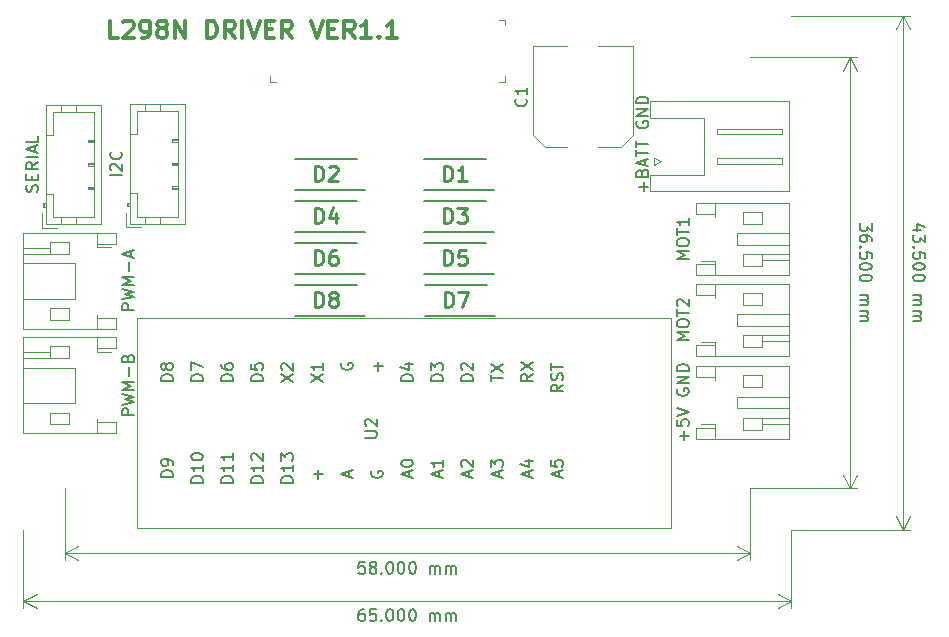
<source format=gbr>
G04 #@! TF.GenerationSoftware,KiCad,Pcbnew,(5.1.2)-1*
G04 #@! TF.CreationDate,2020-03-30T00:08:58+09:00*
G04 #@! TF.ProjectId,L298N_DRIVER,4c323938-4e5f-4445-9249-5645522e6b69,rev?*
G04 #@! TF.SameCoordinates,Original*
G04 #@! TF.FileFunction,Legend,Top*
G04 #@! TF.FilePolarity,Positive*
%FSLAX46Y46*%
G04 Gerber Fmt 4.6, Leading zero omitted, Abs format (unit mm)*
G04 Created by KiCad (PCBNEW (5.1.2)-1) date 2020-03-30 00:08:58*
%MOMM*%
%LPD*%
G04 APERTURE LIST*
%ADD10C,0.150000*%
%ADD11C,0.120000*%
%ADD12C,0.300000*%
%ADD13C,0.200000*%
%ADD14C,0.100000*%
%ADD15C,0.254000*%
G04 APERTURE END LIST*
D10*
X190817619Y-61559523D02*
X190817619Y-62178571D01*
X190436666Y-61845238D01*
X190436666Y-61988095D01*
X190389047Y-62083333D01*
X190341428Y-62130952D01*
X190246190Y-62178571D01*
X190008095Y-62178571D01*
X189912857Y-62130952D01*
X189865238Y-62083333D01*
X189817619Y-61988095D01*
X189817619Y-61702380D01*
X189865238Y-61607142D01*
X189912857Y-61559523D01*
X190817619Y-63035714D02*
X190817619Y-62845238D01*
X190770000Y-62750000D01*
X190722380Y-62702380D01*
X190579523Y-62607142D01*
X190389047Y-62559523D01*
X190008095Y-62559523D01*
X189912857Y-62607142D01*
X189865238Y-62654761D01*
X189817619Y-62750000D01*
X189817619Y-62940476D01*
X189865238Y-63035714D01*
X189912857Y-63083333D01*
X190008095Y-63130952D01*
X190246190Y-63130952D01*
X190341428Y-63083333D01*
X190389047Y-63035714D01*
X190436666Y-62940476D01*
X190436666Y-62750000D01*
X190389047Y-62654761D01*
X190341428Y-62607142D01*
X190246190Y-62559523D01*
X189912857Y-63559523D02*
X189865238Y-63607142D01*
X189817619Y-63559523D01*
X189865238Y-63511904D01*
X189912857Y-63559523D01*
X189817619Y-63559523D01*
X190817619Y-64511904D02*
X190817619Y-64035714D01*
X190341428Y-63988095D01*
X190389047Y-64035714D01*
X190436666Y-64130952D01*
X190436666Y-64369047D01*
X190389047Y-64464285D01*
X190341428Y-64511904D01*
X190246190Y-64559523D01*
X190008095Y-64559523D01*
X189912857Y-64511904D01*
X189865238Y-64464285D01*
X189817619Y-64369047D01*
X189817619Y-64130952D01*
X189865238Y-64035714D01*
X189912857Y-63988095D01*
X190817619Y-65178571D02*
X190817619Y-65273809D01*
X190770000Y-65369047D01*
X190722380Y-65416666D01*
X190627142Y-65464285D01*
X190436666Y-65511904D01*
X190198571Y-65511904D01*
X190008095Y-65464285D01*
X189912857Y-65416666D01*
X189865238Y-65369047D01*
X189817619Y-65273809D01*
X189817619Y-65178571D01*
X189865238Y-65083333D01*
X189912857Y-65035714D01*
X190008095Y-64988095D01*
X190198571Y-64940476D01*
X190436666Y-64940476D01*
X190627142Y-64988095D01*
X190722380Y-65035714D01*
X190770000Y-65083333D01*
X190817619Y-65178571D01*
X190817619Y-66130952D02*
X190817619Y-66226190D01*
X190770000Y-66321428D01*
X190722380Y-66369047D01*
X190627142Y-66416666D01*
X190436666Y-66464285D01*
X190198571Y-66464285D01*
X190008095Y-66416666D01*
X189912857Y-66369047D01*
X189865238Y-66321428D01*
X189817619Y-66226190D01*
X189817619Y-66130952D01*
X189865238Y-66035714D01*
X189912857Y-65988095D01*
X190008095Y-65940476D01*
X190198571Y-65892857D01*
X190436666Y-65892857D01*
X190627142Y-65940476D01*
X190722380Y-65988095D01*
X190770000Y-66035714D01*
X190817619Y-66130952D01*
X189817619Y-67654761D02*
X190484285Y-67654761D01*
X190389047Y-67654761D02*
X190436666Y-67702380D01*
X190484285Y-67797619D01*
X190484285Y-67940476D01*
X190436666Y-68035714D01*
X190341428Y-68083333D01*
X189817619Y-68083333D01*
X190341428Y-68083333D02*
X190436666Y-68130952D01*
X190484285Y-68226190D01*
X190484285Y-68369047D01*
X190436666Y-68464285D01*
X190341428Y-68511904D01*
X189817619Y-68511904D01*
X189817619Y-68988095D02*
X190484285Y-68988095D01*
X190389047Y-68988095D02*
X190436666Y-69035714D01*
X190484285Y-69130952D01*
X190484285Y-69273809D01*
X190436666Y-69369047D01*
X190341428Y-69416666D01*
X189817619Y-69416666D01*
X190341428Y-69416666D02*
X190436666Y-69464285D01*
X190484285Y-69559523D01*
X190484285Y-69702380D01*
X190436666Y-69797619D01*
X190341428Y-69845238D01*
X189817619Y-69845238D01*
D11*
X189000000Y-47500000D02*
X189000000Y-84000000D01*
X180500000Y-47500000D02*
X189586421Y-47500000D01*
X180500000Y-84000000D02*
X189586421Y-84000000D01*
X189000000Y-84000000D02*
X188413579Y-82873496D01*
X189000000Y-84000000D02*
X189586421Y-82873496D01*
X189000000Y-47500000D02*
X188413579Y-48626504D01*
X189000000Y-47500000D02*
X189586421Y-48626504D01*
D10*
X194984285Y-62083333D02*
X194317619Y-62083333D01*
X195365238Y-61845238D02*
X194650952Y-61607142D01*
X194650952Y-62226190D01*
X195317619Y-62511904D02*
X195317619Y-63130952D01*
X194936666Y-62797619D01*
X194936666Y-62940476D01*
X194889047Y-63035714D01*
X194841428Y-63083333D01*
X194746190Y-63130952D01*
X194508095Y-63130952D01*
X194412857Y-63083333D01*
X194365238Y-63035714D01*
X194317619Y-62940476D01*
X194317619Y-62654761D01*
X194365238Y-62559523D01*
X194412857Y-62511904D01*
X194412857Y-63559523D02*
X194365238Y-63607142D01*
X194317619Y-63559523D01*
X194365238Y-63511904D01*
X194412857Y-63559523D01*
X194317619Y-63559523D01*
X195317619Y-64511904D02*
X195317619Y-64035714D01*
X194841428Y-63988095D01*
X194889047Y-64035714D01*
X194936666Y-64130952D01*
X194936666Y-64369047D01*
X194889047Y-64464285D01*
X194841428Y-64511904D01*
X194746190Y-64559523D01*
X194508095Y-64559523D01*
X194412857Y-64511904D01*
X194365238Y-64464285D01*
X194317619Y-64369047D01*
X194317619Y-64130952D01*
X194365238Y-64035714D01*
X194412857Y-63988095D01*
X195317619Y-65178571D02*
X195317619Y-65273809D01*
X195270000Y-65369047D01*
X195222380Y-65416666D01*
X195127142Y-65464285D01*
X194936666Y-65511904D01*
X194698571Y-65511904D01*
X194508095Y-65464285D01*
X194412857Y-65416666D01*
X194365238Y-65369047D01*
X194317619Y-65273809D01*
X194317619Y-65178571D01*
X194365238Y-65083333D01*
X194412857Y-65035714D01*
X194508095Y-64988095D01*
X194698571Y-64940476D01*
X194936666Y-64940476D01*
X195127142Y-64988095D01*
X195222380Y-65035714D01*
X195270000Y-65083333D01*
X195317619Y-65178571D01*
X195317619Y-66130952D02*
X195317619Y-66226190D01*
X195270000Y-66321428D01*
X195222380Y-66369047D01*
X195127142Y-66416666D01*
X194936666Y-66464285D01*
X194698571Y-66464285D01*
X194508095Y-66416666D01*
X194412857Y-66369047D01*
X194365238Y-66321428D01*
X194317619Y-66226190D01*
X194317619Y-66130952D01*
X194365238Y-66035714D01*
X194412857Y-65988095D01*
X194508095Y-65940476D01*
X194698571Y-65892857D01*
X194936666Y-65892857D01*
X195127142Y-65940476D01*
X195222380Y-65988095D01*
X195270000Y-66035714D01*
X195317619Y-66130952D01*
X194317619Y-67654761D02*
X194984285Y-67654761D01*
X194889047Y-67654761D02*
X194936666Y-67702380D01*
X194984285Y-67797619D01*
X194984285Y-67940476D01*
X194936666Y-68035714D01*
X194841428Y-68083333D01*
X194317619Y-68083333D01*
X194841428Y-68083333D02*
X194936666Y-68130952D01*
X194984285Y-68226190D01*
X194984285Y-68369047D01*
X194936666Y-68464285D01*
X194841428Y-68511904D01*
X194317619Y-68511904D01*
X194317619Y-68988095D02*
X194984285Y-68988095D01*
X194889047Y-68988095D02*
X194936666Y-69035714D01*
X194984285Y-69130952D01*
X194984285Y-69273809D01*
X194936666Y-69369047D01*
X194841428Y-69416666D01*
X194317619Y-69416666D01*
X194841428Y-69416666D02*
X194936666Y-69464285D01*
X194984285Y-69559523D01*
X194984285Y-69702380D01*
X194936666Y-69797619D01*
X194841428Y-69845238D01*
X194317619Y-69845238D01*
D11*
X193500000Y-44000000D02*
X193500000Y-87500000D01*
X184000000Y-44000000D02*
X194086421Y-44000000D01*
X184000000Y-87500000D02*
X194086421Y-87500000D01*
X193500000Y-87500000D02*
X192913579Y-86373496D01*
X193500000Y-87500000D02*
X194086421Y-86373496D01*
X193500000Y-44000000D02*
X192913579Y-45126504D01*
X193500000Y-44000000D02*
X194086421Y-45126504D01*
D10*
X147880952Y-90222380D02*
X147404761Y-90222380D01*
X147357142Y-90698571D01*
X147404761Y-90650952D01*
X147500000Y-90603333D01*
X147738095Y-90603333D01*
X147833333Y-90650952D01*
X147880952Y-90698571D01*
X147928571Y-90793809D01*
X147928571Y-91031904D01*
X147880952Y-91127142D01*
X147833333Y-91174761D01*
X147738095Y-91222380D01*
X147500000Y-91222380D01*
X147404761Y-91174761D01*
X147357142Y-91127142D01*
X148500000Y-90650952D02*
X148404761Y-90603333D01*
X148357142Y-90555714D01*
X148309523Y-90460476D01*
X148309523Y-90412857D01*
X148357142Y-90317619D01*
X148404761Y-90270000D01*
X148500000Y-90222380D01*
X148690476Y-90222380D01*
X148785714Y-90270000D01*
X148833333Y-90317619D01*
X148880952Y-90412857D01*
X148880952Y-90460476D01*
X148833333Y-90555714D01*
X148785714Y-90603333D01*
X148690476Y-90650952D01*
X148500000Y-90650952D01*
X148404761Y-90698571D01*
X148357142Y-90746190D01*
X148309523Y-90841428D01*
X148309523Y-91031904D01*
X148357142Y-91127142D01*
X148404761Y-91174761D01*
X148500000Y-91222380D01*
X148690476Y-91222380D01*
X148785714Y-91174761D01*
X148833333Y-91127142D01*
X148880952Y-91031904D01*
X148880952Y-90841428D01*
X148833333Y-90746190D01*
X148785714Y-90698571D01*
X148690476Y-90650952D01*
X149309523Y-91127142D02*
X149357142Y-91174761D01*
X149309523Y-91222380D01*
X149261904Y-91174761D01*
X149309523Y-91127142D01*
X149309523Y-91222380D01*
X149976190Y-90222380D02*
X150071428Y-90222380D01*
X150166666Y-90270000D01*
X150214285Y-90317619D01*
X150261904Y-90412857D01*
X150309523Y-90603333D01*
X150309523Y-90841428D01*
X150261904Y-91031904D01*
X150214285Y-91127142D01*
X150166666Y-91174761D01*
X150071428Y-91222380D01*
X149976190Y-91222380D01*
X149880952Y-91174761D01*
X149833333Y-91127142D01*
X149785714Y-91031904D01*
X149738095Y-90841428D01*
X149738095Y-90603333D01*
X149785714Y-90412857D01*
X149833333Y-90317619D01*
X149880952Y-90270000D01*
X149976190Y-90222380D01*
X150928571Y-90222380D02*
X151023809Y-90222380D01*
X151119047Y-90270000D01*
X151166666Y-90317619D01*
X151214285Y-90412857D01*
X151261904Y-90603333D01*
X151261904Y-90841428D01*
X151214285Y-91031904D01*
X151166666Y-91127142D01*
X151119047Y-91174761D01*
X151023809Y-91222380D01*
X150928571Y-91222380D01*
X150833333Y-91174761D01*
X150785714Y-91127142D01*
X150738095Y-91031904D01*
X150690476Y-90841428D01*
X150690476Y-90603333D01*
X150738095Y-90412857D01*
X150785714Y-90317619D01*
X150833333Y-90270000D01*
X150928571Y-90222380D01*
X151880952Y-90222380D02*
X151976190Y-90222380D01*
X152071428Y-90270000D01*
X152119047Y-90317619D01*
X152166666Y-90412857D01*
X152214285Y-90603333D01*
X152214285Y-90841428D01*
X152166666Y-91031904D01*
X152119047Y-91127142D01*
X152071428Y-91174761D01*
X151976190Y-91222380D01*
X151880952Y-91222380D01*
X151785714Y-91174761D01*
X151738095Y-91127142D01*
X151690476Y-91031904D01*
X151642857Y-90841428D01*
X151642857Y-90603333D01*
X151690476Y-90412857D01*
X151738095Y-90317619D01*
X151785714Y-90270000D01*
X151880952Y-90222380D01*
X153404761Y-91222380D02*
X153404761Y-90555714D01*
X153404761Y-90650952D02*
X153452380Y-90603333D01*
X153547619Y-90555714D01*
X153690476Y-90555714D01*
X153785714Y-90603333D01*
X153833333Y-90698571D01*
X153833333Y-91222380D01*
X153833333Y-90698571D02*
X153880952Y-90603333D01*
X153976190Y-90555714D01*
X154119047Y-90555714D01*
X154214285Y-90603333D01*
X154261904Y-90698571D01*
X154261904Y-91222380D01*
X154738095Y-91222380D02*
X154738095Y-90555714D01*
X154738095Y-90650952D02*
X154785714Y-90603333D01*
X154880952Y-90555714D01*
X155023809Y-90555714D01*
X155119047Y-90603333D01*
X155166666Y-90698571D01*
X155166666Y-91222380D01*
X155166666Y-90698571D02*
X155214285Y-90603333D01*
X155309523Y-90555714D01*
X155452380Y-90555714D01*
X155547619Y-90603333D01*
X155595238Y-90698571D01*
X155595238Y-91222380D01*
D11*
X122500000Y-89500000D02*
X180500000Y-89500000D01*
X122500000Y-84000000D02*
X122500000Y-90086421D01*
X180500000Y-84000000D02*
X180500000Y-90086421D01*
X180500000Y-89500000D02*
X179373496Y-90086421D01*
X180500000Y-89500000D02*
X179373496Y-88913579D01*
X122500000Y-89500000D02*
X123626504Y-90086421D01*
X122500000Y-89500000D02*
X123626504Y-88913579D01*
D10*
X147833333Y-94222380D02*
X147642857Y-94222380D01*
X147547619Y-94270000D01*
X147500000Y-94317619D01*
X147404761Y-94460476D01*
X147357142Y-94650952D01*
X147357142Y-95031904D01*
X147404761Y-95127142D01*
X147452380Y-95174761D01*
X147547619Y-95222380D01*
X147738095Y-95222380D01*
X147833333Y-95174761D01*
X147880952Y-95127142D01*
X147928571Y-95031904D01*
X147928571Y-94793809D01*
X147880952Y-94698571D01*
X147833333Y-94650952D01*
X147738095Y-94603333D01*
X147547619Y-94603333D01*
X147452380Y-94650952D01*
X147404761Y-94698571D01*
X147357142Y-94793809D01*
X148833333Y-94222380D02*
X148357142Y-94222380D01*
X148309523Y-94698571D01*
X148357142Y-94650952D01*
X148452380Y-94603333D01*
X148690476Y-94603333D01*
X148785714Y-94650952D01*
X148833333Y-94698571D01*
X148880952Y-94793809D01*
X148880952Y-95031904D01*
X148833333Y-95127142D01*
X148785714Y-95174761D01*
X148690476Y-95222380D01*
X148452380Y-95222380D01*
X148357142Y-95174761D01*
X148309523Y-95127142D01*
X149309523Y-95127142D02*
X149357142Y-95174761D01*
X149309523Y-95222380D01*
X149261904Y-95174761D01*
X149309523Y-95127142D01*
X149309523Y-95222380D01*
X149976190Y-94222380D02*
X150071428Y-94222380D01*
X150166666Y-94270000D01*
X150214285Y-94317619D01*
X150261904Y-94412857D01*
X150309523Y-94603333D01*
X150309523Y-94841428D01*
X150261904Y-95031904D01*
X150214285Y-95127142D01*
X150166666Y-95174761D01*
X150071428Y-95222380D01*
X149976190Y-95222380D01*
X149880952Y-95174761D01*
X149833333Y-95127142D01*
X149785714Y-95031904D01*
X149738095Y-94841428D01*
X149738095Y-94603333D01*
X149785714Y-94412857D01*
X149833333Y-94317619D01*
X149880952Y-94270000D01*
X149976190Y-94222380D01*
X150928571Y-94222380D02*
X151023809Y-94222380D01*
X151119047Y-94270000D01*
X151166666Y-94317619D01*
X151214285Y-94412857D01*
X151261904Y-94603333D01*
X151261904Y-94841428D01*
X151214285Y-95031904D01*
X151166666Y-95127142D01*
X151119047Y-95174761D01*
X151023809Y-95222380D01*
X150928571Y-95222380D01*
X150833333Y-95174761D01*
X150785714Y-95127142D01*
X150738095Y-95031904D01*
X150690476Y-94841428D01*
X150690476Y-94603333D01*
X150738095Y-94412857D01*
X150785714Y-94317619D01*
X150833333Y-94270000D01*
X150928571Y-94222380D01*
X151880952Y-94222380D02*
X151976190Y-94222380D01*
X152071428Y-94270000D01*
X152119047Y-94317619D01*
X152166666Y-94412857D01*
X152214285Y-94603333D01*
X152214285Y-94841428D01*
X152166666Y-95031904D01*
X152119047Y-95127142D01*
X152071428Y-95174761D01*
X151976190Y-95222380D01*
X151880952Y-95222380D01*
X151785714Y-95174761D01*
X151738095Y-95127142D01*
X151690476Y-95031904D01*
X151642857Y-94841428D01*
X151642857Y-94603333D01*
X151690476Y-94412857D01*
X151738095Y-94317619D01*
X151785714Y-94270000D01*
X151880952Y-94222380D01*
X153404761Y-95222380D02*
X153404761Y-94555714D01*
X153404761Y-94650952D02*
X153452380Y-94603333D01*
X153547619Y-94555714D01*
X153690476Y-94555714D01*
X153785714Y-94603333D01*
X153833333Y-94698571D01*
X153833333Y-95222380D01*
X153833333Y-94698571D02*
X153880952Y-94603333D01*
X153976190Y-94555714D01*
X154119047Y-94555714D01*
X154214285Y-94603333D01*
X154261904Y-94698571D01*
X154261904Y-95222380D01*
X154738095Y-95222380D02*
X154738095Y-94555714D01*
X154738095Y-94650952D02*
X154785714Y-94603333D01*
X154880952Y-94555714D01*
X155023809Y-94555714D01*
X155119047Y-94603333D01*
X155166666Y-94698571D01*
X155166666Y-95222380D01*
X155166666Y-94698571D02*
X155214285Y-94603333D01*
X155309523Y-94555714D01*
X155452380Y-94555714D01*
X155547619Y-94603333D01*
X155595238Y-94698571D01*
X155595238Y-95222380D01*
D11*
X119000000Y-93500000D02*
X184000000Y-93500000D01*
X119000000Y-87500000D02*
X119000000Y-94086421D01*
X184000000Y-87500000D02*
X184000000Y-94086421D01*
X184000000Y-93500000D02*
X182873496Y-94086421D01*
X184000000Y-93500000D02*
X182873496Y-92913579D01*
X119000000Y-93500000D02*
X120126504Y-94086421D01*
X119000000Y-93500000D02*
X120126504Y-92913579D01*
D12*
X127037142Y-45890571D02*
X126322857Y-45890571D01*
X126322857Y-44390571D01*
X127465714Y-44533428D02*
X127537142Y-44462000D01*
X127680000Y-44390571D01*
X128037142Y-44390571D01*
X128180000Y-44462000D01*
X128251428Y-44533428D01*
X128322857Y-44676285D01*
X128322857Y-44819142D01*
X128251428Y-45033428D01*
X127394285Y-45890571D01*
X128322857Y-45890571D01*
X129037142Y-45890571D02*
X129322857Y-45890571D01*
X129465714Y-45819142D01*
X129537142Y-45747714D01*
X129680000Y-45533428D01*
X129751428Y-45247714D01*
X129751428Y-44676285D01*
X129680000Y-44533428D01*
X129608571Y-44462000D01*
X129465714Y-44390571D01*
X129180000Y-44390571D01*
X129037142Y-44462000D01*
X128965714Y-44533428D01*
X128894285Y-44676285D01*
X128894285Y-45033428D01*
X128965714Y-45176285D01*
X129037142Y-45247714D01*
X129180000Y-45319142D01*
X129465714Y-45319142D01*
X129608571Y-45247714D01*
X129680000Y-45176285D01*
X129751428Y-45033428D01*
X130608571Y-45033428D02*
X130465714Y-44962000D01*
X130394285Y-44890571D01*
X130322857Y-44747714D01*
X130322857Y-44676285D01*
X130394285Y-44533428D01*
X130465714Y-44462000D01*
X130608571Y-44390571D01*
X130894285Y-44390571D01*
X131037142Y-44462000D01*
X131108571Y-44533428D01*
X131180000Y-44676285D01*
X131180000Y-44747714D01*
X131108571Y-44890571D01*
X131037142Y-44962000D01*
X130894285Y-45033428D01*
X130608571Y-45033428D01*
X130465714Y-45104857D01*
X130394285Y-45176285D01*
X130322857Y-45319142D01*
X130322857Y-45604857D01*
X130394285Y-45747714D01*
X130465714Y-45819142D01*
X130608571Y-45890571D01*
X130894285Y-45890571D01*
X131037142Y-45819142D01*
X131108571Y-45747714D01*
X131180000Y-45604857D01*
X131180000Y-45319142D01*
X131108571Y-45176285D01*
X131037142Y-45104857D01*
X130894285Y-45033428D01*
X131822857Y-45890571D02*
X131822857Y-44390571D01*
X132680000Y-45890571D01*
X132680000Y-44390571D01*
X134537142Y-45890571D02*
X134537142Y-44390571D01*
X134894285Y-44390571D01*
X135108571Y-44462000D01*
X135251428Y-44604857D01*
X135322857Y-44747714D01*
X135394285Y-45033428D01*
X135394285Y-45247714D01*
X135322857Y-45533428D01*
X135251428Y-45676285D01*
X135108571Y-45819142D01*
X134894285Y-45890571D01*
X134537142Y-45890571D01*
X136894285Y-45890571D02*
X136394285Y-45176285D01*
X136037142Y-45890571D02*
X136037142Y-44390571D01*
X136608571Y-44390571D01*
X136751428Y-44462000D01*
X136822857Y-44533428D01*
X136894285Y-44676285D01*
X136894285Y-44890571D01*
X136822857Y-45033428D01*
X136751428Y-45104857D01*
X136608571Y-45176285D01*
X136037142Y-45176285D01*
X137537142Y-45890571D02*
X137537142Y-44390571D01*
X138037142Y-44390571D02*
X138537142Y-45890571D01*
X139037142Y-44390571D01*
X139537142Y-45104857D02*
X140037142Y-45104857D01*
X140251428Y-45890571D02*
X139537142Y-45890571D01*
X139537142Y-44390571D01*
X140251428Y-44390571D01*
X141751428Y-45890571D02*
X141251428Y-45176285D01*
X140894285Y-45890571D02*
X140894285Y-44390571D01*
X141465714Y-44390571D01*
X141608571Y-44462000D01*
X141680000Y-44533428D01*
X141751428Y-44676285D01*
X141751428Y-44890571D01*
X141680000Y-45033428D01*
X141608571Y-45104857D01*
X141465714Y-45176285D01*
X140894285Y-45176285D01*
X143322857Y-44390571D02*
X143822857Y-45890571D01*
X144322857Y-44390571D01*
X144822857Y-45104857D02*
X145322857Y-45104857D01*
X145537142Y-45890571D02*
X144822857Y-45890571D01*
X144822857Y-44390571D01*
X145537142Y-44390571D01*
X147037142Y-45890571D02*
X146537142Y-45176285D01*
X146180000Y-45890571D02*
X146180000Y-44390571D01*
X146751428Y-44390571D01*
X146894285Y-44462000D01*
X146965714Y-44533428D01*
X147037142Y-44676285D01*
X147037142Y-44890571D01*
X146965714Y-45033428D01*
X146894285Y-45104857D01*
X146751428Y-45176285D01*
X146180000Y-45176285D01*
X148465714Y-45890571D02*
X147608571Y-45890571D01*
X148037142Y-45890571D02*
X148037142Y-44390571D01*
X147894285Y-44604857D01*
X147751428Y-44747714D01*
X147608571Y-44819142D01*
X149108571Y-45747714D02*
X149180000Y-45819142D01*
X149108571Y-45890571D01*
X149037142Y-45819142D01*
X149108571Y-45747714D01*
X149108571Y-45890571D01*
X150608571Y-45890571D02*
X149751428Y-45890571D01*
X150180000Y-45890571D02*
X150180000Y-44390571D01*
X150037142Y-44604857D01*
X149894285Y-44747714D01*
X149751428Y-44819142D01*
D11*
X125209000Y-72419000D02*
X126424000Y-72419000D01*
X121249000Y-72479000D02*
X118989000Y-72479000D01*
X121249000Y-72979000D02*
X118989000Y-72979000D01*
X122849000Y-77579000D02*
X122849000Y-78579000D01*
X121249000Y-77579000D02*
X122849000Y-77579000D01*
X121249000Y-78579000D02*
X121249000Y-77579000D01*
X122849000Y-78579000D02*
X121249000Y-78579000D01*
X122849000Y-72979000D02*
X122849000Y-71979000D01*
X121249000Y-72979000D02*
X122849000Y-72979000D01*
X121249000Y-71979000D02*
X121249000Y-72979000D01*
X122849000Y-71979000D02*
X121249000Y-71979000D01*
X125209000Y-79339000D02*
X125209000Y-78419000D01*
X125209000Y-71219000D02*
X125209000Y-72139000D01*
X123349000Y-76779000D02*
X118989000Y-76779000D01*
X123349000Y-73779000D02*
X123349000Y-76779000D01*
X118989000Y-73779000D02*
X123349000Y-73779000D01*
X125209000Y-78419000D02*
X125209000Y-78139000D01*
X126809000Y-78419000D02*
X125209000Y-78419000D01*
X126809000Y-79339000D02*
X126809000Y-78419000D01*
X118989000Y-79339000D02*
X126809000Y-79339000D01*
X118989000Y-71219000D02*
X118989000Y-79339000D01*
X126809000Y-71219000D02*
X118989000Y-71219000D01*
X126809000Y-72139000D02*
X126809000Y-71219000D01*
X125209000Y-72139000D02*
X126809000Y-72139000D01*
X125209000Y-72419000D02*
X125209000Y-72139000D01*
X125209000Y-63593000D02*
X126424000Y-63593000D01*
X121249000Y-63653000D02*
X118989000Y-63653000D01*
X121249000Y-64153000D02*
X118989000Y-64153000D01*
X122849000Y-68753000D02*
X122849000Y-69753000D01*
X121249000Y-68753000D02*
X122849000Y-68753000D01*
X121249000Y-69753000D02*
X121249000Y-68753000D01*
X122849000Y-69753000D02*
X121249000Y-69753000D01*
X122849000Y-64153000D02*
X122849000Y-63153000D01*
X121249000Y-64153000D02*
X122849000Y-64153000D01*
X121249000Y-63153000D02*
X121249000Y-64153000D01*
X122849000Y-63153000D02*
X121249000Y-63153000D01*
X125209000Y-70513000D02*
X125209000Y-69593000D01*
X125209000Y-62393000D02*
X125209000Y-63313000D01*
X123349000Y-67953000D02*
X118989000Y-67953000D01*
X123349000Y-64953000D02*
X123349000Y-67953000D01*
X118989000Y-64953000D02*
X123349000Y-64953000D01*
X125209000Y-69593000D02*
X125209000Y-69313000D01*
X126809000Y-69593000D02*
X125209000Y-69593000D01*
X126809000Y-70513000D02*
X126809000Y-69593000D01*
X118989000Y-70513000D02*
X126809000Y-70513000D01*
X118989000Y-62393000D02*
X118989000Y-70513000D01*
X126809000Y-62393000D02*
X118989000Y-62393000D01*
X126809000Y-63313000D02*
X126809000Y-62393000D01*
X125209000Y-63313000D02*
X126809000Y-63313000D01*
X125209000Y-63593000D02*
X125209000Y-63313000D01*
X127684000Y-61891000D02*
X128934000Y-61891000D01*
X127684000Y-60641000D02*
X127684000Y-61891000D01*
X132094000Y-54531000D02*
X131594000Y-54531000D01*
X131594000Y-54431000D02*
X132094000Y-54431000D01*
X131594000Y-54631000D02*
X131594000Y-54431000D01*
X132094000Y-54631000D02*
X131594000Y-54631000D01*
X132094000Y-56531000D02*
X131594000Y-56531000D01*
X131594000Y-56431000D02*
X132094000Y-56431000D01*
X131594000Y-56631000D02*
X131594000Y-56431000D01*
X132094000Y-56631000D02*
X131594000Y-56631000D01*
X132094000Y-58531000D02*
X131594000Y-58531000D01*
X131594000Y-58431000D02*
X132094000Y-58431000D01*
X131594000Y-58631000D02*
X131594000Y-58431000D01*
X132094000Y-58631000D02*
X131594000Y-58631000D01*
X130594000Y-51471000D02*
X130594000Y-52081000D01*
X129294000Y-51471000D02*
X129294000Y-52081000D01*
X130594000Y-61591000D02*
X130594000Y-60981000D01*
X129294000Y-61591000D02*
X129294000Y-60981000D01*
X128594000Y-54031000D02*
X127984000Y-54031000D01*
X128594000Y-52081000D02*
X128594000Y-54031000D01*
X132094000Y-52081000D02*
X128594000Y-52081000D01*
X132094000Y-60981000D02*
X132094000Y-52081000D01*
X128594000Y-60981000D02*
X132094000Y-60981000D01*
X128594000Y-59031000D02*
X128594000Y-60981000D01*
X127984000Y-59031000D02*
X128594000Y-59031000D01*
X127884000Y-59831000D02*
X127884000Y-60131000D01*
X127784000Y-60131000D02*
X127984000Y-60131000D01*
X127784000Y-59831000D02*
X127784000Y-60131000D01*
X127984000Y-59831000D02*
X127784000Y-59831000D01*
X127984000Y-51471000D02*
X127984000Y-61591000D01*
X132704000Y-51471000D02*
X127984000Y-51471000D01*
X132704000Y-61591000D02*
X132704000Y-51471000D01*
X127984000Y-61591000D02*
X132704000Y-61591000D01*
X120572000Y-61923000D02*
X121822000Y-61923000D01*
X120572000Y-60673000D02*
X120572000Y-61923000D01*
X124982000Y-54563000D02*
X124482000Y-54563000D01*
X124482000Y-54463000D02*
X124982000Y-54463000D01*
X124482000Y-54663000D02*
X124482000Y-54463000D01*
X124982000Y-54663000D02*
X124482000Y-54663000D01*
X124982000Y-56563000D02*
X124482000Y-56563000D01*
X124482000Y-56463000D02*
X124982000Y-56463000D01*
X124482000Y-56663000D02*
X124482000Y-56463000D01*
X124982000Y-56663000D02*
X124482000Y-56663000D01*
X124982000Y-58563000D02*
X124482000Y-58563000D01*
X124482000Y-58463000D02*
X124982000Y-58463000D01*
X124482000Y-58663000D02*
X124482000Y-58463000D01*
X124982000Y-58663000D02*
X124482000Y-58663000D01*
X123482000Y-51503000D02*
X123482000Y-52113000D01*
X122182000Y-51503000D02*
X122182000Y-52113000D01*
X123482000Y-61623000D02*
X123482000Y-61013000D01*
X122182000Y-61623000D02*
X122182000Y-61013000D01*
X121482000Y-54063000D02*
X120872000Y-54063000D01*
X121482000Y-52113000D02*
X121482000Y-54063000D01*
X124982000Y-52113000D02*
X121482000Y-52113000D01*
X124982000Y-61013000D02*
X124982000Y-52113000D01*
X121482000Y-61013000D02*
X124982000Y-61013000D01*
X121482000Y-59063000D02*
X121482000Y-61013000D01*
X120872000Y-59063000D02*
X121482000Y-59063000D01*
X120772000Y-59863000D02*
X120772000Y-60163000D01*
X120672000Y-60163000D02*
X120872000Y-60163000D01*
X120672000Y-59863000D02*
X120672000Y-60163000D01*
X120872000Y-59863000D02*
X120672000Y-59863000D01*
X120872000Y-51503000D02*
X120872000Y-61623000D01*
X125592000Y-51503000D02*
X120872000Y-51503000D01*
X125592000Y-61623000D02*
X125592000Y-51503000D01*
X120872000Y-61623000D02*
X125592000Y-61623000D01*
X177559000Y-71599000D02*
X176344000Y-71599000D01*
X181519000Y-71539000D02*
X183779000Y-71539000D01*
X181519000Y-71039000D02*
X183779000Y-71039000D01*
X179919000Y-68439000D02*
X179919000Y-67439000D01*
X181519000Y-68439000D02*
X179919000Y-68439000D01*
X181519000Y-67439000D02*
X181519000Y-68439000D01*
X179919000Y-67439000D02*
X181519000Y-67439000D01*
X179919000Y-71039000D02*
X179919000Y-72039000D01*
X181519000Y-71039000D02*
X179919000Y-71039000D01*
X181519000Y-72039000D02*
X181519000Y-71039000D01*
X179919000Y-72039000D02*
X181519000Y-72039000D01*
X177559000Y-66679000D02*
X177559000Y-67599000D01*
X177559000Y-72799000D02*
X177559000Y-71879000D01*
X179419000Y-69239000D02*
X183779000Y-69239000D01*
X179419000Y-70239000D02*
X179419000Y-69239000D01*
X183779000Y-70239000D02*
X179419000Y-70239000D01*
X177559000Y-67599000D02*
X177559000Y-67879000D01*
X175959000Y-67599000D02*
X177559000Y-67599000D01*
X175959000Y-66679000D02*
X175959000Y-67599000D01*
X183779000Y-66679000D02*
X175959000Y-66679000D01*
X183779000Y-72799000D02*
X183779000Y-66679000D01*
X175959000Y-72799000D02*
X183779000Y-72799000D01*
X175959000Y-71879000D02*
X175959000Y-72799000D01*
X177559000Y-71879000D02*
X175959000Y-71879000D01*
X177559000Y-71599000D02*
X177559000Y-71879000D01*
X177559000Y-64741000D02*
X176344000Y-64741000D01*
X181519000Y-64681000D02*
X183779000Y-64681000D01*
X181519000Y-64181000D02*
X183779000Y-64181000D01*
X179919000Y-61581000D02*
X179919000Y-60581000D01*
X181519000Y-61581000D02*
X179919000Y-61581000D01*
X181519000Y-60581000D02*
X181519000Y-61581000D01*
X179919000Y-60581000D02*
X181519000Y-60581000D01*
X179919000Y-64181000D02*
X179919000Y-65181000D01*
X181519000Y-64181000D02*
X179919000Y-64181000D01*
X181519000Y-65181000D02*
X181519000Y-64181000D01*
X179919000Y-65181000D02*
X181519000Y-65181000D01*
X177559000Y-59821000D02*
X177559000Y-60741000D01*
X177559000Y-65941000D02*
X177559000Y-65021000D01*
X179419000Y-62381000D02*
X183779000Y-62381000D01*
X179419000Y-63381000D02*
X179419000Y-62381000D01*
X183779000Y-63381000D02*
X179419000Y-63381000D01*
X177559000Y-60741000D02*
X177559000Y-61021000D01*
X175959000Y-60741000D02*
X177559000Y-60741000D01*
X175959000Y-59821000D02*
X175959000Y-60741000D01*
X183779000Y-59821000D02*
X175959000Y-59821000D01*
X183779000Y-65941000D02*
X183779000Y-59821000D01*
X175959000Y-65941000D02*
X183779000Y-65941000D01*
X175959000Y-65021000D02*
X175959000Y-65941000D01*
X177559000Y-65021000D02*
X175959000Y-65021000D01*
X177559000Y-64741000D02*
X177559000Y-65021000D01*
D13*
X147260000Y-66737000D02*
X141964000Y-66737000D01*
X141964000Y-69407000D02*
X147887000Y-69407000D01*
X158264000Y-66737000D02*
X152968000Y-66737000D01*
X152968000Y-69407000D02*
X158891000Y-69407000D01*
X147260000Y-63181000D02*
X141964000Y-63181000D01*
X141964000Y-65851000D02*
X147887000Y-65851000D01*
X158182000Y-63181000D02*
X152886000Y-63181000D01*
X152886000Y-65851000D02*
X158809000Y-65851000D01*
X147260000Y-59625000D02*
X141964000Y-59625000D01*
X141964000Y-62295000D02*
X147887000Y-62295000D01*
X158182000Y-59625000D02*
X152886000Y-59625000D01*
X152886000Y-62295000D02*
X158809000Y-62295000D01*
X147260000Y-56069000D02*
X141964000Y-56069000D01*
X141964000Y-58739000D02*
X147887000Y-58739000D01*
X158182000Y-56069000D02*
X152886000Y-56069000D01*
X152886000Y-58739000D02*
X158809000Y-58739000D01*
D11*
X177559000Y-78584000D02*
X176344000Y-78584000D01*
X181519000Y-78524000D02*
X183779000Y-78524000D01*
X181519000Y-78024000D02*
X183779000Y-78024000D01*
X179919000Y-75424000D02*
X179919000Y-74424000D01*
X181519000Y-75424000D02*
X179919000Y-75424000D01*
X181519000Y-74424000D02*
X181519000Y-75424000D01*
X179919000Y-74424000D02*
X181519000Y-74424000D01*
X179919000Y-78024000D02*
X179919000Y-79024000D01*
X181519000Y-78024000D02*
X179919000Y-78024000D01*
X181519000Y-79024000D02*
X181519000Y-78024000D01*
X179919000Y-79024000D02*
X181519000Y-79024000D01*
X177559000Y-73664000D02*
X177559000Y-74584000D01*
X177559000Y-79784000D02*
X177559000Y-78864000D01*
X179419000Y-76224000D02*
X183779000Y-76224000D01*
X179419000Y-77224000D02*
X179419000Y-76224000D01*
X183779000Y-77224000D02*
X179419000Y-77224000D01*
X177559000Y-74584000D02*
X177559000Y-74864000D01*
X175959000Y-74584000D02*
X177559000Y-74584000D01*
X175959000Y-73664000D02*
X175959000Y-74584000D01*
X183779000Y-73664000D02*
X175959000Y-73664000D01*
X183779000Y-79784000D02*
X183779000Y-73664000D01*
X175959000Y-79784000D02*
X183779000Y-79784000D01*
X175959000Y-78864000D02*
X175959000Y-79784000D01*
X177559000Y-78864000D02*
X175959000Y-78864000D01*
X177559000Y-78584000D02*
X177559000Y-78864000D01*
X172398000Y-55986400D02*
X172998000Y-56286400D01*
X172398000Y-56586400D02*
X172398000Y-55986400D01*
X172998000Y-56286400D02*
X172398000Y-56586400D01*
X177698000Y-53536400D02*
X177698000Y-54036400D01*
X183198000Y-53536400D02*
X177698000Y-53536400D01*
X183198000Y-54036400D02*
X183198000Y-53536400D01*
X177698000Y-54036400D02*
X183198000Y-54036400D01*
X177698000Y-56036400D02*
X177698000Y-56536400D01*
X183198000Y-56036400D02*
X177698000Y-56036400D01*
X183198000Y-56536400D02*
X183198000Y-56036400D01*
X177698000Y-56536400D02*
X183198000Y-56536400D01*
X176588000Y-52646400D02*
X176588000Y-55036400D01*
X172088000Y-52646400D02*
X176588000Y-52646400D01*
X172088000Y-51226400D02*
X172088000Y-52646400D01*
X183808000Y-51226400D02*
X172088000Y-51226400D01*
X183808000Y-55036400D02*
X183808000Y-51226400D01*
X176588000Y-57426400D02*
X176588000Y-55036400D01*
X172088000Y-57426400D02*
X176588000Y-57426400D01*
X172088000Y-58846400D02*
X172088000Y-57426400D01*
X183808000Y-58846400D02*
X172088000Y-58846400D01*
X183808000Y-55036400D02*
X183808000Y-58846400D01*
X169565563Y-55104000D02*
X170630000Y-54039563D01*
X163174437Y-55104000D02*
X162110000Y-54039563D01*
X163174437Y-55104000D02*
X165060000Y-55104000D01*
X169565563Y-55104000D02*
X167680000Y-55104000D01*
X170630000Y-54039563D02*
X170630000Y-46584000D01*
X162110000Y-54039563D02*
X162110000Y-46584000D01*
X162110000Y-46584000D02*
X165060000Y-46584000D01*
X170630000Y-46584000D02*
X167680000Y-46584000D01*
X173863000Y-87376000D02*
X173863000Y-69596000D01*
X128651000Y-87376000D02*
X173863000Y-87376000D01*
X128651000Y-69596000D02*
X128651000Y-87376000D01*
X173863000Y-69596000D02*
X128651000Y-69596000D01*
D14*
X159770000Y-44302000D02*
X159270000Y-44302000D01*
X159770000Y-44302000D02*
X159770000Y-44802000D01*
X159770000Y-49602000D02*
X159770000Y-49102000D01*
X159770000Y-49602000D02*
X159270000Y-49602000D01*
X139870000Y-49602000D02*
X140370000Y-49602000D01*
X139870000Y-49602000D02*
X139870000Y-49102000D01*
X139970000Y-44302000D02*
X140370000Y-44302000D01*
X139870000Y-44302000D02*
X139870000Y-44802000D01*
X139870000Y-44302000D02*
X139970000Y-44302000D01*
D10*
X128351380Y-77802809D02*
X127351380Y-77802809D01*
X127351380Y-77421857D01*
X127399000Y-77326619D01*
X127446619Y-77279000D01*
X127541857Y-77231380D01*
X127684714Y-77231380D01*
X127779952Y-77279000D01*
X127827571Y-77326619D01*
X127875190Y-77421857D01*
X127875190Y-77802809D01*
X127351380Y-76898047D02*
X128351380Y-76659952D01*
X127637095Y-76469476D01*
X128351380Y-76279000D01*
X127351380Y-76040904D01*
X128351380Y-75659952D02*
X127351380Y-75659952D01*
X128065666Y-75326619D01*
X127351380Y-74993285D01*
X128351380Y-74993285D01*
X127970428Y-74517095D02*
X127970428Y-73755190D01*
X127827571Y-72945666D02*
X127875190Y-72802809D01*
X127922809Y-72755190D01*
X128018047Y-72707571D01*
X128160904Y-72707571D01*
X128256142Y-72755190D01*
X128303761Y-72802809D01*
X128351380Y-72898047D01*
X128351380Y-73279000D01*
X127351380Y-73279000D01*
X127351380Y-72945666D01*
X127399000Y-72850428D01*
X127446619Y-72802809D01*
X127541857Y-72755190D01*
X127637095Y-72755190D01*
X127732333Y-72802809D01*
X127779952Y-72850428D01*
X127827571Y-72945666D01*
X127827571Y-73279000D01*
X128351380Y-68905380D02*
X127351380Y-68905380D01*
X127351380Y-68524428D01*
X127399000Y-68429190D01*
X127446619Y-68381571D01*
X127541857Y-68333952D01*
X127684714Y-68333952D01*
X127779952Y-68381571D01*
X127827571Y-68429190D01*
X127875190Y-68524428D01*
X127875190Y-68905380D01*
X127351380Y-68000619D02*
X128351380Y-67762523D01*
X127637095Y-67572047D01*
X128351380Y-67381571D01*
X127351380Y-67143476D01*
X128351380Y-66762523D02*
X127351380Y-66762523D01*
X128065666Y-66429190D01*
X127351380Y-66095857D01*
X128351380Y-66095857D01*
X127970428Y-65619666D02*
X127970428Y-64857761D01*
X128065666Y-64429190D02*
X128065666Y-63953000D01*
X128351380Y-64524428D02*
X127351380Y-64191095D01*
X128351380Y-63857761D01*
X127346380Y-57507190D02*
X126346380Y-57507190D01*
X126441619Y-57078619D02*
X126394000Y-57031000D01*
X126346380Y-56935761D01*
X126346380Y-56697666D01*
X126394000Y-56602428D01*
X126441619Y-56554809D01*
X126536857Y-56507190D01*
X126632095Y-56507190D01*
X126774952Y-56554809D01*
X127346380Y-57126238D01*
X127346380Y-56507190D01*
X127251142Y-55507190D02*
X127298761Y-55554809D01*
X127346380Y-55697666D01*
X127346380Y-55792904D01*
X127298761Y-55935761D01*
X127203523Y-56031000D01*
X127108285Y-56078619D01*
X126917809Y-56126238D01*
X126774952Y-56126238D01*
X126584476Y-56078619D01*
X126489238Y-56031000D01*
X126394000Y-55935761D01*
X126346380Y-55792904D01*
X126346380Y-55697666D01*
X126394000Y-55554809D01*
X126441619Y-55507190D01*
X120186761Y-58872523D02*
X120234380Y-58729666D01*
X120234380Y-58491571D01*
X120186761Y-58396333D01*
X120139142Y-58348714D01*
X120043904Y-58301095D01*
X119948666Y-58301095D01*
X119853428Y-58348714D01*
X119805809Y-58396333D01*
X119758190Y-58491571D01*
X119710571Y-58682047D01*
X119662952Y-58777285D01*
X119615333Y-58824904D01*
X119520095Y-58872523D01*
X119424857Y-58872523D01*
X119329619Y-58824904D01*
X119282000Y-58777285D01*
X119234380Y-58682047D01*
X119234380Y-58443952D01*
X119282000Y-58301095D01*
X119710571Y-57872523D02*
X119710571Y-57539190D01*
X120234380Y-57396333D02*
X120234380Y-57872523D01*
X119234380Y-57872523D01*
X119234380Y-57396333D01*
X120234380Y-56396333D02*
X119758190Y-56729666D01*
X120234380Y-56967761D02*
X119234380Y-56967761D01*
X119234380Y-56586809D01*
X119282000Y-56491571D01*
X119329619Y-56443952D01*
X119424857Y-56396333D01*
X119567714Y-56396333D01*
X119662952Y-56443952D01*
X119710571Y-56491571D01*
X119758190Y-56586809D01*
X119758190Y-56967761D01*
X120234380Y-55967761D02*
X119234380Y-55967761D01*
X119948666Y-55539190D02*
X119948666Y-55063000D01*
X120234380Y-55634428D02*
X119234380Y-55301095D01*
X120234380Y-54967761D01*
X120234380Y-54158238D02*
X120234380Y-54634428D01*
X119234380Y-54634428D01*
X175321380Y-71453285D02*
X174321380Y-71453285D01*
X175035666Y-71119952D01*
X174321380Y-70786619D01*
X175321380Y-70786619D01*
X174321380Y-70119952D02*
X174321380Y-69929476D01*
X174369000Y-69834238D01*
X174464238Y-69739000D01*
X174654714Y-69691380D01*
X174988047Y-69691380D01*
X175178523Y-69739000D01*
X175273761Y-69834238D01*
X175321380Y-69929476D01*
X175321380Y-70119952D01*
X175273761Y-70215190D01*
X175178523Y-70310428D01*
X174988047Y-70358047D01*
X174654714Y-70358047D01*
X174464238Y-70310428D01*
X174369000Y-70215190D01*
X174321380Y-70119952D01*
X174321380Y-69405666D02*
X174321380Y-68834238D01*
X175321380Y-69119952D02*
X174321380Y-69119952D01*
X174416619Y-68548523D02*
X174369000Y-68500904D01*
X174321380Y-68405666D01*
X174321380Y-68167571D01*
X174369000Y-68072333D01*
X174416619Y-68024714D01*
X174511857Y-67977095D01*
X174607095Y-67977095D01*
X174749952Y-68024714D01*
X175321380Y-68596142D01*
X175321380Y-67977095D01*
X175321380Y-64595285D02*
X174321380Y-64595285D01*
X175035666Y-64261952D01*
X174321380Y-63928619D01*
X175321380Y-63928619D01*
X174321380Y-63261952D02*
X174321380Y-63071476D01*
X174369000Y-62976238D01*
X174464238Y-62881000D01*
X174654714Y-62833380D01*
X174988047Y-62833380D01*
X175178523Y-62881000D01*
X175273761Y-62976238D01*
X175321380Y-63071476D01*
X175321380Y-63261952D01*
X175273761Y-63357190D01*
X175178523Y-63452428D01*
X174988047Y-63500047D01*
X174654714Y-63500047D01*
X174464238Y-63452428D01*
X174369000Y-63357190D01*
X174321380Y-63261952D01*
X174321380Y-62547666D02*
X174321380Y-61976238D01*
X175321380Y-62261952D02*
X174321380Y-62261952D01*
X175321380Y-61119095D02*
X175321380Y-61690523D01*
X175321380Y-61404809D02*
X174321380Y-61404809D01*
X174464238Y-61500047D01*
X174559476Y-61595285D01*
X174607095Y-61690523D01*
D15*
X143674619Y-68646523D02*
X143674619Y-67376523D01*
X143977000Y-67376523D01*
X144158428Y-67437000D01*
X144279380Y-67557952D01*
X144339857Y-67678904D01*
X144400333Y-67920809D01*
X144400333Y-68102238D01*
X144339857Y-68344142D01*
X144279380Y-68465095D01*
X144158428Y-68586047D01*
X143977000Y-68646523D01*
X143674619Y-68646523D01*
X145126047Y-67920809D02*
X145005095Y-67860333D01*
X144944619Y-67799857D01*
X144884142Y-67678904D01*
X144884142Y-67618428D01*
X144944619Y-67497476D01*
X145005095Y-67437000D01*
X145126047Y-67376523D01*
X145367952Y-67376523D01*
X145488904Y-67437000D01*
X145549380Y-67497476D01*
X145609857Y-67618428D01*
X145609857Y-67678904D01*
X145549380Y-67799857D01*
X145488904Y-67860333D01*
X145367952Y-67920809D01*
X145126047Y-67920809D01*
X145005095Y-67981285D01*
X144944619Y-68041761D01*
X144884142Y-68162714D01*
X144884142Y-68404619D01*
X144944619Y-68525571D01*
X145005095Y-68586047D01*
X145126047Y-68646523D01*
X145367952Y-68646523D01*
X145488904Y-68586047D01*
X145549380Y-68525571D01*
X145609857Y-68404619D01*
X145609857Y-68162714D01*
X145549380Y-68041761D01*
X145488904Y-67981285D01*
X145367952Y-67920809D01*
X154678619Y-68646523D02*
X154678619Y-67376523D01*
X154981000Y-67376523D01*
X155162428Y-67437000D01*
X155283380Y-67557952D01*
X155343857Y-67678904D01*
X155404333Y-67920809D01*
X155404333Y-68102238D01*
X155343857Y-68344142D01*
X155283380Y-68465095D01*
X155162428Y-68586047D01*
X154981000Y-68646523D01*
X154678619Y-68646523D01*
X155827666Y-67376523D02*
X156674333Y-67376523D01*
X156130047Y-68646523D01*
X143674619Y-65090523D02*
X143674619Y-63820523D01*
X143977000Y-63820523D01*
X144158428Y-63881000D01*
X144279380Y-64001952D01*
X144339857Y-64122904D01*
X144400333Y-64364809D01*
X144400333Y-64546238D01*
X144339857Y-64788142D01*
X144279380Y-64909095D01*
X144158428Y-65030047D01*
X143977000Y-65090523D01*
X143674619Y-65090523D01*
X145488904Y-63820523D02*
X145247000Y-63820523D01*
X145126047Y-63881000D01*
X145065571Y-63941476D01*
X144944619Y-64122904D01*
X144884142Y-64364809D01*
X144884142Y-64848619D01*
X144944619Y-64969571D01*
X145005095Y-65030047D01*
X145126047Y-65090523D01*
X145367952Y-65090523D01*
X145488904Y-65030047D01*
X145549380Y-64969571D01*
X145609857Y-64848619D01*
X145609857Y-64546238D01*
X145549380Y-64425285D01*
X145488904Y-64364809D01*
X145367952Y-64304333D01*
X145126047Y-64304333D01*
X145005095Y-64364809D01*
X144944619Y-64425285D01*
X144884142Y-64546238D01*
X154596619Y-65090523D02*
X154596619Y-63820523D01*
X154899000Y-63820523D01*
X155080428Y-63881000D01*
X155201380Y-64001952D01*
X155261857Y-64122904D01*
X155322333Y-64364809D01*
X155322333Y-64546238D01*
X155261857Y-64788142D01*
X155201380Y-64909095D01*
X155080428Y-65030047D01*
X154899000Y-65090523D01*
X154596619Y-65090523D01*
X156471380Y-63820523D02*
X155866619Y-63820523D01*
X155806142Y-64425285D01*
X155866619Y-64364809D01*
X155987571Y-64304333D01*
X156289952Y-64304333D01*
X156410904Y-64364809D01*
X156471380Y-64425285D01*
X156531857Y-64546238D01*
X156531857Y-64848619D01*
X156471380Y-64969571D01*
X156410904Y-65030047D01*
X156289952Y-65090523D01*
X155987571Y-65090523D01*
X155866619Y-65030047D01*
X155806142Y-64969571D01*
X143674619Y-61534523D02*
X143674619Y-60264523D01*
X143977000Y-60264523D01*
X144158428Y-60325000D01*
X144279380Y-60445952D01*
X144339857Y-60566904D01*
X144400333Y-60808809D01*
X144400333Y-60990238D01*
X144339857Y-61232142D01*
X144279380Y-61353095D01*
X144158428Y-61474047D01*
X143977000Y-61534523D01*
X143674619Y-61534523D01*
X145488904Y-60687857D02*
X145488904Y-61534523D01*
X145186523Y-60204047D02*
X144884142Y-61111190D01*
X145670333Y-61111190D01*
X154596619Y-61534523D02*
X154596619Y-60264523D01*
X154899000Y-60264523D01*
X155080428Y-60325000D01*
X155201380Y-60445952D01*
X155261857Y-60566904D01*
X155322333Y-60808809D01*
X155322333Y-60990238D01*
X155261857Y-61232142D01*
X155201380Y-61353095D01*
X155080428Y-61474047D01*
X154899000Y-61534523D01*
X154596619Y-61534523D01*
X155745666Y-60264523D02*
X156531857Y-60264523D01*
X156108523Y-60748333D01*
X156289952Y-60748333D01*
X156410904Y-60808809D01*
X156471380Y-60869285D01*
X156531857Y-60990238D01*
X156531857Y-61292619D01*
X156471380Y-61413571D01*
X156410904Y-61474047D01*
X156289952Y-61534523D01*
X155927095Y-61534523D01*
X155806142Y-61474047D01*
X155745666Y-61413571D01*
X143674619Y-57978523D02*
X143674619Y-56708523D01*
X143977000Y-56708523D01*
X144158428Y-56769000D01*
X144279380Y-56889952D01*
X144339857Y-57010904D01*
X144400333Y-57252809D01*
X144400333Y-57434238D01*
X144339857Y-57676142D01*
X144279380Y-57797095D01*
X144158428Y-57918047D01*
X143977000Y-57978523D01*
X143674619Y-57978523D01*
X144884142Y-56829476D02*
X144944619Y-56769000D01*
X145065571Y-56708523D01*
X145367952Y-56708523D01*
X145488904Y-56769000D01*
X145549380Y-56829476D01*
X145609857Y-56950428D01*
X145609857Y-57071380D01*
X145549380Y-57252809D01*
X144823666Y-57978523D01*
X145609857Y-57978523D01*
X154596619Y-57978523D02*
X154596619Y-56708523D01*
X154899000Y-56708523D01*
X155080428Y-56769000D01*
X155201380Y-56889952D01*
X155261857Y-57010904D01*
X155322333Y-57252809D01*
X155322333Y-57434238D01*
X155261857Y-57676142D01*
X155201380Y-57797095D01*
X155080428Y-57918047D01*
X154899000Y-57978523D01*
X154596619Y-57978523D01*
X156531857Y-57978523D02*
X155806142Y-57978523D01*
X156169000Y-57978523D02*
X156169000Y-56708523D01*
X156048047Y-56889952D01*
X155927095Y-57010904D01*
X155806142Y-57071380D01*
D10*
X174940428Y-79914476D02*
X174940428Y-79152571D01*
X175321380Y-79533523D02*
X174559476Y-79533523D01*
X174321380Y-78200190D02*
X174321380Y-78676380D01*
X174797571Y-78724000D01*
X174749952Y-78676380D01*
X174702333Y-78581142D01*
X174702333Y-78343047D01*
X174749952Y-78247809D01*
X174797571Y-78200190D01*
X174892809Y-78152571D01*
X175130904Y-78152571D01*
X175226142Y-78200190D01*
X175273761Y-78247809D01*
X175321380Y-78343047D01*
X175321380Y-78581142D01*
X175273761Y-78676380D01*
X175226142Y-78724000D01*
X174321380Y-77866857D02*
X175321380Y-77533523D01*
X174321380Y-77200190D01*
X174369000Y-75581142D02*
X174321380Y-75676380D01*
X174321380Y-75819238D01*
X174369000Y-75962095D01*
X174464238Y-76057333D01*
X174559476Y-76104952D01*
X174749952Y-76152571D01*
X174892809Y-76152571D01*
X175083285Y-76104952D01*
X175178523Y-76057333D01*
X175273761Y-75962095D01*
X175321380Y-75819238D01*
X175321380Y-75724000D01*
X175273761Y-75581142D01*
X175226142Y-75533523D01*
X174892809Y-75533523D01*
X174892809Y-75724000D01*
X175321380Y-75104952D02*
X174321380Y-75104952D01*
X175321380Y-74533523D01*
X174321380Y-74533523D01*
X175321380Y-74057333D02*
X174321380Y-74057333D01*
X174321380Y-73819238D01*
X174369000Y-73676380D01*
X174464238Y-73581142D01*
X174559476Y-73533523D01*
X174749952Y-73485904D01*
X174892809Y-73485904D01*
X175083285Y-73533523D01*
X175178523Y-73581142D01*
X175273761Y-73676380D01*
X175321380Y-73819238D01*
X175321380Y-74057333D01*
X171521428Y-58840190D02*
X171521428Y-58078285D01*
X171902380Y-58459238D02*
X171140476Y-58459238D01*
X171378571Y-57268761D02*
X171426190Y-57125904D01*
X171473809Y-57078285D01*
X171569047Y-57030666D01*
X171711904Y-57030666D01*
X171807142Y-57078285D01*
X171854761Y-57125904D01*
X171902380Y-57221142D01*
X171902380Y-57602095D01*
X170902380Y-57602095D01*
X170902380Y-57268761D01*
X170950000Y-57173523D01*
X170997619Y-57125904D01*
X171092857Y-57078285D01*
X171188095Y-57078285D01*
X171283333Y-57125904D01*
X171330952Y-57173523D01*
X171378571Y-57268761D01*
X171378571Y-57602095D01*
X171616666Y-56649714D02*
X171616666Y-56173523D01*
X171902380Y-56744952D02*
X170902380Y-56411619D01*
X171902380Y-56078285D01*
X170902380Y-55887809D02*
X170902380Y-55316380D01*
X171902380Y-55602095D02*
X170902380Y-55602095D01*
X170902380Y-55125904D02*
X170902380Y-54554476D01*
X171902380Y-54840190D02*
X170902380Y-54840190D01*
X170950000Y-52935428D02*
X170902380Y-53030666D01*
X170902380Y-53173523D01*
X170950000Y-53316380D01*
X171045238Y-53411619D01*
X171140476Y-53459238D01*
X171330952Y-53506857D01*
X171473809Y-53506857D01*
X171664285Y-53459238D01*
X171759523Y-53411619D01*
X171854761Y-53316380D01*
X171902380Y-53173523D01*
X171902380Y-53078285D01*
X171854761Y-52935428D01*
X171807142Y-52887809D01*
X171473809Y-52887809D01*
X171473809Y-53078285D01*
X171902380Y-52459238D02*
X170902380Y-52459238D01*
X171902380Y-51887809D01*
X170902380Y-51887809D01*
X171902380Y-51411619D02*
X170902380Y-51411619D01*
X170902380Y-51173523D01*
X170950000Y-51030666D01*
X171045238Y-50935428D01*
X171140476Y-50887809D01*
X171330952Y-50840190D01*
X171473809Y-50840190D01*
X171664285Y-50887809D01*
X171759523Y-50935428D01*
X171854761Y-51030666D01*
X171902380Y-51173523D01*
X171902380Y-51411619D01*
X161527142Y-51010666D02*
X161574761Y-51058285D01*
X161622380Y-51201142D01*
X161622380Y-51296380D01*
X161574761Y-51439238D01*
X161479523Y-51534476D01*
X161384285Y-51582095D01*
X161193809Y-51629714D01*
X161050952Y-51629714D01*
X160860476Y-51582095D01*
X160765238Y-51534476D01*
X160670000Y-51439238D01*
X160622380Y-51296380D01*
X160622380Y-51201142D01*
X160670000Y-51058285D01*
X160717619Y-51010666D01*
X161622380Y-50058285D02*
X161622380Y-50629714D01*
X161622380Y-50344000D02*
X160622380Y-50344000D01*
X160765238Y-50439238D01*
X160860476Y-50534476D01*
X160908095Y-50629714D01*
X147915380Y-79705104D02*
X148724904Y-79705104D01*
X148820142Y-79657485D01*
X148867761Y-79609866D01*
X148915380Y-79514628D01*
X148915380Y-79324152D01*
X148867761Y-79228914D01*
X148820142Y-79181295D01*
X148724904Y-79133676D01*
X147915380Y-79133676D01*
X148010619Y-78705104D02*
X147963000Y-78657485D01*
X147915380Y-78562247D01*
X147915380Y-78324152D01*
X147963000Y-78228914D01*
X148010619Y-78181295D01*
X148105857Y-78133676D01*
X148201095Y-78133676D01*
X148343952Y-78181295D01*
X148915380Y-78752723D01*
X148915380Y-78133676D01*
X131643380Y-83034095D02*
X130643380Y-83034095D01*
X130643380Y-82796000D01*
X130691000Y-82653142D01*
X130786238Y-82557904D01*
X130881476Y-82510285D01*
X131071952Y-82462666D01*
X131214809Y-82462666D01*
X131405285Y-82510285D01*
X131500523Y-82557904D01*
X131595761Y-82653142D01*
X131643380Y-82796000D01*
X131643380Y-83034095D01*
X131643380Y-81986476D02*
X131643380Y-81796000D01*
X131595761Y-81700761D01*
X131548142Y-81653142D01*
X131405285Y-81557904D01*
X131214809Y-81510285D01*
X130833857Y-81510285D01*
X130738619Y-81557904D01*
X130691000Y-81605523D01*
X130643380Y-81700761D01*
X130643380Y-81891238D01*
X130691000Y-81986476D01*
X130738619Y-82034095D01*
X130833857Y-82081714D01*
X131071952Y-82081714D01*
X131167190Y-82034095D01*
X131214809Y-81986476D01*
X131262428Y-81891238D01*
X131262428Y-81700761D01*
X131214809Y-81605523D01*
X131167190Y-81557904D01*
X131071952Y-81510285D01*
X134183380Y-83510285D02*
X133183380Y-83510285D01*
X133183380Y-83272190D01*
X133231000Y-83129333D01*
X133326238Y-83034095D01*
X133421476Y-82986476D01*
X133611952Y-82938857D01*
X133754809Y-82938857D01*
X133945285Y-82986476D01*
X134040523Y-83034095D01*
X134135761Y-83129333D01*
X134183380Y-83272190D01*
X134183380Y-83510285D01*
X134183380Y-81986476D02*
X134183380Y-82557904D01*
X134183380Y-82272190D02*
X133183380Y-82272190D01*
X133326238Y-82367428D01*
X133421476Y-82462666D01*
X133469095Y-82557904D01*
X133183380Y-81367428D02*
X133183380Y-81272190D01*
X133231000Y-81176952D01*
X133278619Y-81129333D01*
X133373857Y-81081714D01*
X133564333Y-81034095D01*
X133802428Y-81034095D01*
X133992904Y-81081714D01*
X134088142Y-81129333D01*
X134135761Y-81176952D01*
X134183380Y-81272190D01*
X134183380Y-81367428D01*
X134135761Y-81462666D01*
X134088142Y-81510285D01*
X133992904Y-81557904D01*
X133802428Y-81605523D01*
X133564333Y-81605523D01*
X133373857Y-81557904D01*
X133278619Y-81510285D01*
X133231000Y-81462666D01*
X133183380Y-81367428D01*
X136723380Y-83510285D02*
X135723380Y-83510285D01*
X135723380Y-83272190D01*
X135771000Y-83129333D01*
X135866238Y-83034095D01*
X135961476Y-82986476D01*
X136151952Y-82938857D01*
X136294809Y-82938857D01*
X136485285Y-82986476D01*
X136580523Y-83034095D01*
X136675761Y-83129333D01*
X136723380Y-83272190D01*
X136723380Y-83510285D01*
X136723380Y-81986476D02*
X136723380Y-82557904D01*
X136723380Y-82272190D02*
X135723380Y-82272190D01*
X135866238Y-82367428D01*
X135961476Y-82462666D01*
X136009095Y-82557904D01*
X136723380Y-81034095D02*
X136723380Y-81605523D01*
X136723380Y-81319809D02*
X135723380Y-81319809D01*
X135866238Y-81415047D01*
X135961476Y-81510285D01*
X136009095Y-81605523D01*
X139263380Y-83510285D02*
X138263380Y-83510285D01*
X138263380Y-83272190D01*
X138311000Y-83129333D01*
X138406238Y-83034095D01*
X138501476Y-82986476D01*
X138691952Y-82938857D01*
X138834809Y-82938857D01*
X139025285Y-82986476D01*
X139120523Y-83034095D01*
X139215761Y-83129333D01*
X139263380Y-83272190D01*
X139263380Y-83510285D01*
X139263380Y-81986476D02*
X139263380Y-82557904D01*
X139263380Y-82272190D02*
X138263380Y-82272190D01*
X138406238Y-82367428D01*
X138501476Y-82462666D01*
X138549095Y-82557904D01*
X138358619Y-81605523D02*
X138311000Y-81557904D01*
X138263380Y-81462666D01*
X138263380Y-81224571D01*
X138311000Y-81129333D01*
X138358619Y-81081714D01*
X138453857Y-81034095D01*
X138549095Y-81034095D01*
X138691952Y-81081714D01*
X139263380Y-81653142D01*
X139263380Y-81034095D01*
X141803380Y-83510285D02*
X140803380Y-83510285D01*
X140803380Y-83272190D01*
X140851000Y-83129333D01*
X140946238Y-83034095D01*
X141041476Y-82986476D01*
X141231952Y-82938857D01*
X141374809Y-82938857D01*
X141565285Y-82986476D01*
X141660523Y-83034095D01*
X141755761Y-83129333D01*
X141803380Y-83272190D01*
X141803380Y-83510285D01*
X141803380Y-81986476D02*
X141803380Y-82557904D01*
X141803380Y-82272190D02*
X140803380Y-82272190D01*
X140946238Y-82367428D01*
X141041476Y-82462666D01*
X141089095Y-82557904D01*
X140803380Y-81653142D02*
X140803380Y-81034095D01*
X141184333Y-81367428D01*
X141184333Y-81224571D01*
X141231952Y-81129333D01*
X141279571Y-81081714D01*
X141374809Y-81034095D01*
X141612904Y-81034095D01*
X141708142Y-81081714D01*
X141755761Y-81129333D01*
X141803380Y-81224571D01*
X141803380Y-81510285D01*
X141755761Y-81605523D01*
X141708142Y-81653142D01*
X146597666Y-83042095D02*
X146597666Y-82565904D01*
X146883380Y-83137333D02*
X145883380Y-82804000D01*
X146883380Y-82470666D01*
X143962428Y-83184952D02*
X143962428Y-82423047D01*
X144343380Y-82804000D02*
X143581476Y-82804000D01*
X148471000Y-82542095D02*
X148423380Y-82637333D01*
X148423380Y-82780190D01*
X148471000Y-82923047D01*
X148566238Y-83018285D01*
X148661476Y-83065904D01*
X148851952Y-83113523D01*
X148994809Y-83113523D01*
X149185285Y-83065904D01*
X149280523Y-83018285D01*
X149375761Y-82923047D01*
X149423380Y-82780190D01*
X149423380Y-82684952D01*
X149375761Y-82542095D01*
X149328142Y-82494476D01*
X148994809Y-82494476D01*
X148994809Y-82684952D01*
X151677666Y-83010285D02*
X151677666Y-82534095D01*
X151963380Y-83105523D02*
X150963380Y-82772190D01*
X151963380Y-82438857D01*
X150963380Y-81915047D02*
X150963380Y-81819809D01*
X151011000Y-81724571D01*
X151058619Y-81676952D01*
X151153857Y-81629333D01*
X151344333Y-81581714D01*
X151582428Y-81581714D01*
X151772904Y-81629333D01*
X151868142Y-81676952D01*
X151915761Y-81724571D01*
X151963380Y-81819809D01*
X151963380Y-81915047D01*
X151915761Y-82010285D01*
X151868142Y-82057904D01*
X151772904Y-82105523D01*
X151582428Y-82153142D01*
X151344333Y-82153142D01*
X151153857Y-82105523D01*
X151058619Y-82057904D01*
X151011000Y-82010285D01*
X150963380Y-81915047D01*
X154217666Y-83010285D02*
X154217666Y-82534095D01*
X154503380Y-83105523D02*
X153503380Y-82772190D01*
X154503380Y-82438857D01*
X154503380Y-81581714D02*
X154503380Y-82153142D01*
X154503380Y-81867428D02*
X153503380Y-81867428D01*
X153646238Y-81962666D01*
X153741476Y-82057904D01*
X153789095Y-82153142D01*
X156757666Y-83010285D02*
X156757666Y-82534095D01*
X157043380Y-83105523D02*
X156043380Y-82772190D01*
X157043380Y-82438857D01*
X156138619Y-82153142D02*
X156091000Y-82105523D01*
X156043380Y-82010285D01*
X156043380Y-81772190D01*
X156091000Y-81676952D01*
X156138619Y-81629333D01*
X156233857Y-81581714D01*
X156329095Y-81581714D01*
X156471952Y-81629333D01*
X157043380Y-82200761D01*
X157043380Y-81581714D01*
X159297666Y-83010285D02*
X159297666Y-82534095D01*
X159583380Y-83105523D02*
X158583380Y-82772190D01*
X159583380Y-82438857D01*
X158583380Y-82200761D02*
X158583380Y-81581714D01*
X158964333Y-81915047D01*
X158964333Y-81772190D01*
X159011952Y-81676952D01*
X159059571Y-81629333D01*
X159154809Y-81581714D01*
X159392904Y-81581714D01*
X159488142Y-81629333D01*
X159535761Y-81676952D01*
X159583380Y-81772190D01*
X159583380Y-82057904D01*
X159535761Y-82153142D01*
X159488142Y-82200761D01*
X161837666Y-83010285D02*
X161837666Y-82534095D01*
X162123380Y-83105523D02*
X161123380Y-82772190D01*
X162123380Y-82438857D01*
X161456714Y-81676952D02*
X162123380Y-81676952D01*
X161075761Y-81915047D02*
X161790047Y-82153142D01*
X161790047Y-81534095D01*
X164377666Y-83010285D02*
X164377666Y-82534095D01*
X164663380Y-83105523D02*
X163663380Y-82772190D01*
X164663380Y-82438857D01*
X163663380Y-81629333D02*
X163663380Y-82105523D01*
X164139571Y-82153142D01*
X164091952Y-82105523D01*
X164044333Y-82010285D01*
X164044333Y-81772190D01*
X164091952Y-81676952D01*
X164139571Y-81629333D01*
X164234809Y-81581714D01*
X164472904Y-81581714D01*
X164568142Y-81629333D01*
X164615761Y-81676952D01*
X164663380Y-81772190D01*
X164663380Y-82010285D01*
X164615761Y-82105523D01*
X164568142Y-82153142D01*
X164663380Y-75223619D02*
X164187190Y-75556952D01*
X164663380Y-75795047D02*
X163663380Y-75795047D01*
X163663380Y-75414095D01*
X163711000Y-75318857D01*
X163758619Y-75271238D01*
X163853857Y-75223619D01*
X163996714Y-75223619D01*
X164091952Y-75271238D01*
X164139571Y-75318857D01*
X164187190Y-75414095D01*
X164187190Y-75795047D01*
X164615761Y-74842666D02*
X164663380Y-74699809D01*
X164663380Y-74461714D01*
X164615761Y-74366476D01*
X164568142Y-74318857D01*
X164472904Y-74271238D01*
X164377666Y-74271238D01*
X164282428Y-74318857D01*
X164234809Y-74366476D01*
X164187190Y-74461714D01*
X164139571Y-74652190D01*
X164091952Y-74747428D01*
X164044333Y-74795047D01*
X163949095Y-74842666D01*
X163853857Y-74842666D01*
X163758619Y-74795047D01*
X163711000Y-74747428D01*
X163663380Y-74652190D01*
X163663380Y-74414095D01*
X163711000Y-74271238D01*
X163663380Y-73985523D02*
X163663380Y-73414095D01*
X164663380Y-73699809D02*
X163663380Y-73699809D01*
X131643380Y-74906095D02*
X130643380Y-74906095D01*
X130643380Y-74668000D01*
X130691000Y-74525142D01*
X130786238Y-74429904D01*
X130881476Y-74382285D01*
X131071952Y-74334666D01*
X131214809Y-74334666D01*
X131405285Y-74382285D01*
X131500523Y-74429904D01*
X131595761Y-74525142D01*
X131643380Y-74668000D01*
X131643380Y-74906095D01*
X131071952Y-73763238D02*
X131024333Y-73858476D01*
X130976714Y-73906095D01*
X130881476Y-73953714D01*
X130833857Y-73953714D01*
X130738619Y-73906095D01*
X130691000Y-73858476D01*
X130643380Y-73763238D01*
X130643380Y-73572761D01*
X130691000Y-73477523D01*
X130738619Y-73429904D01*
X130833857Y-73382285D01*
X130881476Y-73382285D01*
X130976714Y-73429904D01*
X131024333Y-73477523D01*
X131071952Y-73572761D01*
X131071952Y-73763238D01*
X131119571Y-73858476D01*
X131167190Y-73906095D01*
X131262428Y-73953714D01*
X131452904Y-73953714D01*
X131548142Y-73906095D01*
X131595761Y-73858476D01*
X131643380Y-73763238D01*
X131643380Y-73572761D01*
X131595761Y-73477523D01*
X131548142Y-73429904D01*
X131452904Y-73382285D01*
X131262428Y-73382285D01*
X131167190Y-73429904D01*
X131119571Y-73477523D01*
X131071952Y-73572761D01*
X134183380Y-74906095D02*
X133183380Y-74906095D01*
X133183380Y-74668000D01*
X133231000Y-74525142D01*
X133326238Y-74429904D01*
X133421476Y-74382285D01*
X133611952Y-74334666D01*
X133754809Y-74334666D01*
X133945285Y-74382285D01*
X134040523Y-74429904D01*
X134135761Y-74525142D01*
X134183380Y-74668000D01*
X134183380Y-74906095D01*
X133183380Y-74001333D02*
X133183380Y-73334666D01*
X134183380Y-73763238D01*
X136723380Y-74906095D02*
X135723380Y-74906095D01*
X135723380Y-74668000D01*
X135771000Y-74525142D01*
X135866238Y-74429904D01*
X135961476Y-74382285D01*
X136151952Y-74334666D01*
X136294809Y-74334666D01*
X136485285Y-74382285D01*
X136580523Y-74429904D01*
X136675761Y-74525142D01*
X136723380Y-74668000D01*
X136723380Y-74906095D01*
X135723380Y-73477523D02*
X135723380Y-73668000D01*
X135771000Y-73763238D01*
X135818619Y-73810857D01*
X135961476Y-73906095D01*
X136151952Y-73953714D01*
X136532904Y-73953714D01*
X136628142Y-73906095D01*
X136675761Y-73858476D01*
X136723380Y-73763238D01*
X136723380Y-73572761D01*
X136675761Y-73477523D01*
X136628142Y-73429904D01*
X136532904Y-73382285D01*
X136294809Y-73382285D01*
X136199571Y-73429904D01*
X136151952Y-73477523D01*
X136104333Y-73572761D01*
X136104333Y-73763238D01*
X136151952Y-73858476D01*
X136199571Y-73906095D01*
X136294809Y-73953714D01*
X139263380Y-74906095D02*
X138263380Y-74906095D01*
X138263380Y-74668000D01*
X138311000Y-74525142D01*
X138406238Y-74429904D01*
X138501476Y-74382285D01*
X138691952Y-74334666D01*
X138834809Y-74334666D01*
X139025285Y-74382285D01*
X139120523Y-74429904D01*
X139215761Y-74525142D01*
X139263380Y-74668000D01*
X139263380Y-74906095D01*
X138263380Y-73429904D02*
X138263380Y-73906095D01*
X138739571Y-73953714D01*
X138691952Y-73906095D01*
X138644333Y-73810857D01*
X138644333Y-73572761D01*
X138691952Y-73477523D01*
X138739571Y-73429904D01*
X138834809Y-73382285D01*
X139072904Y-73382285D01*
X139168142Y-73429904D01*
X139215761Y-73477523D01*
X139263380Y-73572761D01*
X139263380Y-73810857D01*
X139215761Y-73906095D01*
X139168142Y-73953714D01*
X140803380Y-74977523D02*
X141803380Y-74310857D01*
X140803380Y-74310857D02*
X141803380Y-74977523D01*
X140898619Y-73977523D02*
X140851000Y-73929904D01*
X140803380Y-73834666D01*
X140803380Y-73596571D01*
X140851000Y-73501333D01*
X140898619Y-73453714D01*
X140993857Y-73406095D01*
X141089095Y-73406095D01*
X141231952Y-73453714D01*
X141803380Y-74025142D01*
X141803380Y-73406095D01*
X143343380Y-74977523D02*
X144343380Y-74310857D01*
X143343380Y-74310857D02*
X144343380Y-74977523D01*
X144343380Y-73406095D02*
X144343380Y-73977523D01*
X144343380Y-73691809D02*
X143343380Y-73691809D01*
X143486238Y-73787047D01*
X143581476Y-73882285D01*
X143629095Y-73977523D01*
X145931000Y-73398095D02*
X145883380Y-73493333D01*
X145883380Y-73636190D01*
X145931000Y-73779047D01*
X146026238Y-73874285D01*
X146121476Y-73921904D01*
X146311952Y-73969523D01*
X146454809Y-73969523D01*
X146645285Y-73921904D01*
X146740523Y-73874285D01*
X146835761Y-73779047D01*
X146883380Y-73636190D01*
X146883380Y-73540952D01*
X146835761Y-73398095D01*
X146788142Y-73350476D01*
X146454809Y-73350476D01*
X146454809Y-73540952D01*
X149042428Y-74040952D02*
X149042428Y-73279047D01*
X149423380Y-73660000D02*
X148661476Y-73660000D01*
X151963380Y-74906095D02*
X150963380Y-74906095D01*
X150963380Y-74668000D01*
X151011000Y-74525142D01*
X151106238Y-74429904D01*
X151201476Y-74382285D01*
X151391952Y-74334666D01*
X151534809Y-74334666D01*
X151725285Y-74382285D01*
X151820523Y-74429904D01*
X151915761Y-74525142D01*
X151963380Y-74668000D01*
X151963380Y-74906095D01*
X151296714Y-73477523D02*
X151963380Y-73477523D01*
X150915761Y-73715619D02*
X151630047Y-73953714D01*
X151630047Y-73334666D01*
X154503380Y-74906095D02*
X153503380Y-74906095D01*
X153503380Y-74668000D01*
X153551000Y-74525142D01*
X153646238Y-74429904D01*
X153741476Y-74382285D01*
X153931952Y-74334666D01*
X154074809Y-74334666D01*
X154265285Y-74382285D01*
X154360523Y-74429904D01*
X154455761Y-74525142D01*
X154503380Y-74668000D01*
X154503380Y-74906095D01*
X153503380Y-74001333D02*
X153503380Y-73382285D01*
X153884333Y-73715619D01*
X153884333Y-73572761D01*
X153931952Y-73477523D01*
X153979571Y-73429904D01*
X154074809Y-73382285D01*
X154312904Y-73382285D01*
X154408142Y-73429904D01*
X154455761Y-73477523D01*
X154503380Y-73572761D01*
X154503380Y-73858476D01*
X154455761Y-73953714D01*
X154408142Y-74001333D01*
X157043380Y-74906095D02*
X156043380Y-74906095D01*
X156043380Y-74668000D01*
X156091000Y-74525142D01*
X156186238Y-74429904D01*
X156281476Y-74382285D01*
X156471952Y-74334666D01*
X156614809Y-74334666D01*
X156805285Y-74382285D01*
X156900523Y-74429904D01*
X156995761Y-74525142D01*
X157043380Y-74668000D01*
X157043380Y-74906095D01*
X156138619Y-73953714D02*
X156091000Y-73906095D01*
X156043380Y-73810857D01*
X156043380Y-73572761D01*
X156091000Y-73477523D01*
X156138619Y-73429904D01*
X156233857Y-73382285D01*
X156329095Y-73382285D01*
X156471952Y-73429904D01*
X157043380Y-74001333D01*
X157043380Y-73382285D01*
X158583380Y-74929904D02*
X158583380Y-74358476D01*
X159583380Y-74644190D02*
X158583380Y-74644190D01*
X158583380Y-74120380D02*
X159583380Y-73453714D01*
X158583380Y-73453714D02*
X159583380Y-74120380D01*
X162123380Y-74334666D02*
X161647190Y-74668000D01*
X162123380Y-74906095D02*
X161123380Y-74906095D01*
X161123380Y-74525142D01*
X161171000Y-74429904D01*
X161218619Y-74382285D01*
X161313857Y-74334666D01*
X161456714Y-74334666D01*
X161551952Y-74382285D01*
X161599571Y-74429904D01*
X161647190Y-74525142D01*
X161647190Y-74906095D01*
X161123380Y-74001333D02*
X162123380Y-73334666D01*
X161123380Y-73334666D02*
X162123380Y-74001333D01*
M02*

</source>
